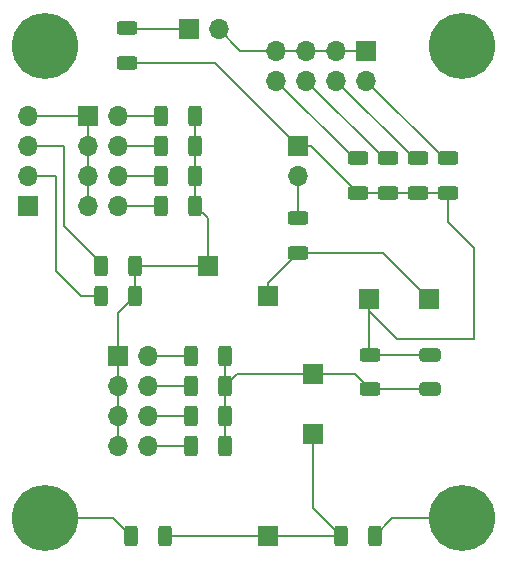
<source format=gtl>
G04 #@! TF.GenerationSoftware,KiCad,Pcbnew,(6.0.5)*
G04 #@! TF.CreationDate,2022-06-17T10:27:33-05:00*
G04 #@! TF.ProjectId,model_cell,6d6f6465-6c5f-4636-956c-6c2e6b696361,rev?*
G04 #@! TF.SameCoordinates,Original*
G04 #@! TF.FileFunction,Copper,L1,Top*
G04 #@! TF.FilePolarity,Positive*
%FSLAX46Y46*%
G04 Gerber Fmt 4.6, Leading zero omitted, Abs format (unit mm)*
G04 Created by KiCad (PCBNEW (6.0.5)) date 2022-06-17 10:27:33*
%MOMM*%
%LPD*%
G01*
G04 APERTURE LIST*
G04 Aperture macros list*
%AMRoundRect*
0 Rectangle with rounded corners*
0 $1 Rounding radius*
0 $2 $3 $4 $5 $6 $7 $8 $9 X,Y pos of 4 corners*
0 Add a 4 corners polygon primitive as box body*
4,1,4,$2,$3,$4,$5,$6,$7,$8,$9,$2,$3,0*
0 Add four circle primitives for the rounded corners*
1,1,$1+$1,$2,$3*
1,1,$1+$1,$4,$5*
1,1,$1+$1,$6,$7*
1,1,$1+$1,$8,$9*
0 Add four rect primitives between the rounded corners*
20,1,$1+$1,$2,$3,$4,$5,0*
20,1,$1+$1,$4,$5,$6,$7,0*
20,1,$1+$1,$6,$7,$8,$9,0*
20,1,$1+$1,$8,$9,$2,$3,0*%
G04 Aperture macros list end*
G04 #@! TA.AperFunction,ComponentPad*
%ADD10C,5.600000*%
G04 #@! TD*
G04 #@! TA.AperFunction,ComponentPad*
%ADD11C,5.599999*%
G04 #@! TD*
G04 #@! TA.AperFunction,SMDPad,CuDef*
%ADD12RoundRect,0.250000X0.312500X0.625000X-0.312500X0.625000X-0.312500X-0.625000X0.312500X-0.625000X0*%
G04 #@! TD*
G04 #@! TA.AperFunction,ComponentPad*
%ADD13R,1.700000X1.700000*%
G04 #@! TD*
G04 #@! TA.AperFunction,SMDPad,CuDef*
%ADD14RoundRect,0.250000X0.650000X-0.325000X0.650000X0.325000X-0.650000X0.325000X-0.650000X-0.325000X0*%
G04 #@! TD*
G04 #@! TA.AperFunction,ComponentPad*
%ADD15O,1.700000X1.700000*%
G04 #@! TD*
G04 #@! TA.AperFunction,SMDPad,CuDef*
%ADD16RoundRect,0.250000X0.625000X-0.312500X0.625000X0.312500X-0.625000X0.312500X-0.625000X-0.312500X0*%
G04 #@! TD*
G04 #@! TA.AperFunction,SMDPad,CuDef*
%ADD17RoundRect,0.250000X-0.312500X-0.625000X0.312500X-0.625000X0.312500X0.625000X-0.312500X0.625000X0*%
G04 #@! TD*
G04 #@! TA.AperFunction,SMDPad,CuDef*
%ADD18RoundRect,0.250000X-0.625000X0.312500X-0.625000X-0.312500X0.625000X-0.312500X0.625000X0.312500X0*%
G04 #@! TD*
G04 #@! TA.AperFunction,Conductor*
%ADD19C,0.152000*%
G04 #@! TD*
G04 APERTURE END LIST*
D10*
X39309200Y44000000D03*
D11*
X4000000Y4000000D03*
D10*
X4000000Y44000000D03*
D12*
X31942500Y2540000D03*
X29017500Y2540000D03*
D10*
X39309200Y4000000D03*
D12*
X19242500Y12700000D03*
X16317500Y12700000D03*
X19242500Y10160000D03*
X16317500Y10160000D03*
D13*
X22860000Y2540000D03*
D12*
X19242500Y15240000D03*
X16317500Y15240000D03*
D14*
X36579063Y14919362D03*
X36579063Y17869362D03*
D13*
X25400000Y35560000D03*
D15*
X25400000Y33020000D03*
D16*
X30480000Y31557500D03*
X30480000Y34482500D03*
D17*
X8697500Y25400000D03*
X11622500Y25400000D03*
D13*
X26666659Y11130799D03*
X31182927Y43610963D03*
D15*
X31182927Y41070963D03*
X28642927Y43610963D03*
X28642927Y41070963D03*
X26102927Y43610963D03*
X26102927Y41070963D03*
X23562927Y43610963D03*
X23562927Y41070963D03*
D13*
X36519298Y22543723D03*
D16*
X35560000Y31557500D03*
X35560000Y34482500D03*
X33020000Y31557500D03*
X33020000Y34482500D03*
D13*
X16141855Y45458483D03*
D15*
X18681855Y45458483D03*
D13*
X7620000Y38100000D03*
D15*
X10160000Y38100000D03*
X7620000Y35560000D03*
X10160000Y35560000D03*
X7620000Y33020000D03*
X10160000Y33020000D03*
X7620000Y30480000D03*
X10160000Y30480000D03*
D12*
X19242500Y17780000D03*
X16317500Y17780000D03*
D13*
X31439298Y22543723D03*
D17*
X8697500Y22860000D03*
X11622500Y22860000D03*
D18*
X25400000Y29402500D03*
X25400000Y26477500D03*
D13*
X22860000Y22860000D03*
X2540000Y30480000D03*
D15*
X2540000Y33020000D03*
X2540000Y35560000D03*
X2540000Y38100000D03*
D13*
X17780000Y25400000D03*
D17*
X13777500Y30480000D03*
X16702500Y30480000D03*
D16*
X31499063Y14931862D03*
X31499063Y17856862D03*
D17*
X13777500Y38100000D03*
X16702500Y38100000D03*
D13*
X10160000Y17780000D03*
D15*
X12700000Y17780000D03*
X10160000Y15240000D03*
X12700000Y15240000D03*
X10160000Y12700000D03*
X12700000Y12700000D03*
X10160000Y10160000D03*
X12700000Y10160000D03*
D17*
X13777500Y33020000D03*
X16702500Y33020000D03*
D13*
X26666659Y16210799D03*
D16*
X10918730Y42576656D03*
X10918730Y45501656D03*
X38100000Y31557500D03*
X38100000Y34482500D03*
D17*
X11237500Y2540000D03*
X14162500Y2540000D03*
X13777500Y35560000D03*
X16702500Y35560000D03*
D19*
X26666659Y4890841D02*
X26666659Y11130799D01*
X22860000Y2540000D02*
X14162500Y2540000D01*
X22860000Y22860000D02*
X22860000Y23937500D01*
X22860000Y23937500D02*
X25400000Y26477500D01*
X29017500Y2540000D02*
X26666659Y4890841D01*
X32585521Y26477500D02*
X25400000Y26477500D01*
X22860000Y2540000D02*
X29017500Y2540000D01*
X36519298Y22543723D02*
X32585521Y26477500D01*
X36579063Y14919362D02*
X31511563Y14919362D01*
X31511563Y14919362D02*
X31499063Y14931862D01*
X19242500Y12700000D02*
X19242500Y15240000D01*
X26666659Y16210799D02*
X20213299Y16210799D01*
X19242500Y10160000D02*
X19242500Y12700000D01*
X30220126Y16210799D02*
X31499063Y14931862D01*
X20213299Y16210799D02*
X19242500Y15240000D01*
X19242500Y17780000D02*
X19242500Y15240000D01*
X26666659Y16210799D02*
X30220126Y16210799D01*
X26477500Y35560000D02*
X25400000Y35560000D01*
X31511563Y17869362D02*
X31499063Y17856862D01*
X31439298Y22543723D02*
X31439298Y17916627D01*
X18383344Y42576656D02*
X10918730Y42576656D01*
X31439298Y21575568D02*
X33810684Y19204182D01*
X40349657Y26876577D02*
X38100000Y29126234D01*
X30480000Y31557500D02*
X26477500Y35560000D01*
X31439298Y17916627D02*
X31499063Y17856862D01*
X35560000Y31557500D02*
X38100000Y31557500D01*
X36579063Y17869362D02*
X31511563Y17869362D01*
X31439298Y22543723D02*
X31439298Y21575568D01*
X25400000Y35560000D02*
X18383344Y42576656D01*
X38100000Y29126234D02*
X38100000Y31557500D01*
X30480000Y31557500D02*
X33020000Y31557500D01*
X33810684Y19204182D02*
X40349657Y19204182D01*
X33020000Y31557500D02*
X35560000Y31557500D01*
X40349657Y19204182D02*
X40349657Y26876577D01*
X33402500Y4000000D02*
X39309200Y4000000D01*
X31942500Y2540000D02*
X33402500Y4000000D01*
X11237500Y2540000D02*
X9777500Y4000000D01*
X9777500Y4000000D02*
X4000000Y4000000D01*
X10961903Y45458483D02*
X16141855Y45458483D01*
X10918730Y45501656D02*
X10961903Y45458483D01*
X18681855Y45458483D02*
X20529375Y43610963D01*
X28642927Y43610963D02*
X26102927Y43610963D01*
X31182927Y43610963D02*
X28642927Y43610963D01*
X20529375Y43610963D02*
X23562927Y43610963D01*
X26102927Y43610963D02*
X23562927Y43610963D01*
X25400000Y33020000D02*
X25400000Y29402500D01*
X16317500Y17780000D02*
X12700000Y17780000D01*
X16317500Y12700000D02*
X12700000Y12700000D01*
X38100000Y34482500D02*
X37771390Y34482500D01*
X37771390Y34482500D02*
X31182927Y41070963D01*
X16317500Y15240000D02*
X12700000Y15240000D01*
X16317500Y10160000D02*
X12700000Y10160000D01*
X35560000Y34482500D02*
X35231390Y34482500D01*
X35231390Y34482500D02*
X28642927Y41070963D01*
X33020000Y34482500D02*
X32691390Y34482500D01*
X32691390Y34482500D02*
X26102927Y41070963D01*
X30151390Y34482500D02*
X23562927Y41070963D01*
X30480000Y34482500D02*
X30151390Y34482500D01*
X10160000Y17780000D02*
X10160000Y21397500D01*
X16702500Y35560000D02*
X16702500Y38100000D01*
X11622500Y25400000D02*
X11622500Y22860000D01*
X10160000Y21397500D02*
X11622500Y22860000D01*
X10160000Y10160000D02*
X10160000Y12700000D01*
X10160000Y15240000D02*
X10160000Y17780000D01*
X16702500Y33020000D02*
X16702500Y35560000D01*
X10160000Y12700000D02*
X10160000Y15240000D01*
X17780000Y25400000D02*
X17780000Y29402500D01*
X17780000Y29402500D02*
X16702500Y30480000D01*
X17780000Y25400000D02*
X11622500Y25400000D01*
X16702500Y30480000D02*
X16702500Y33020000D01*
X10160000Y38100000D02*
X13777500Y38100000D01*
X13777500Y35560000D02*
X10160000Y35560000D01*
X10160000Y33020000D02*
X13777500Y33020000D01*
X10160000Y30480000D02*
X13777500Y30480000D01*
X4922399Y33020000D02*
X2540000Y33020000D01*
X7044750Y22860000D02*
X4940784Y24963966D01*
X8697500Y22860000D02*
X7044750Y22860000D01*
X4940784Y33001615D02*
X4922399Y33020000D01*
X4940784Y24963966D02*
X4940784Y33001615D01*
X8697500Y25593810D02*
X5571187Y28720123D01*
X5571187Y28720123D02*
X5571187Y35549496D01*
X5560683Y35560000D02*
X2540000Y35560000D01*
X8697500Y25400000D02*
X8697500Y25593810D01*
X5571187Y35549496D02*
X5560683Y35560000D01*
X7620000Y38100000D02*
X7620000Y30480000D01*
X7620000Y38100000D02*
X2540000Y38100000D01*
X7620000Y33020000D02*
X7620000Y30480000D01*
X7620000Y35560000D02*
X7620000Y33020000D01*
M02*

</source>
